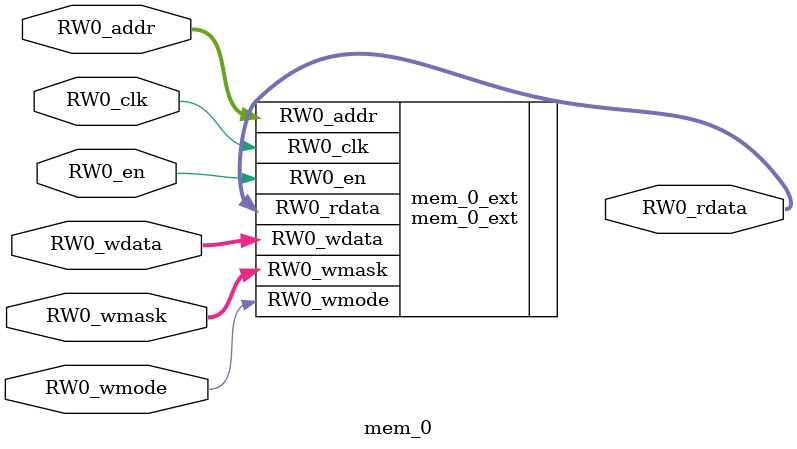
<source format=sv>
`ifndef RANDOMIZE
  `ifdef RANDOMIZE_REG_INIT
    `define RANDOMIZE
  `endif // RANDOMIZE_REG_INIT
`endif // not def RANDOMIZE
`ifndef RANDOMIZE
  `ifdef RANDOMIZE_MEM_INIT
    `define RANDOMIZE
  `endif // RANDOMIZE_MEM_INIT
`endif // not def RANDOMIZE

`ifndef RANDOM
  `define RANDOM $random
`endif // not def RANDOM

// Users can define 'PRINTF_COND' to add an extra gate to prints.
`ifndef PRINTF_COND_
  `ifdef PRINTF_COND
    `define PRINTF_COND_ (`PRINTF_COND)
  `else  // PRINTF_COND
    `define PRINTF_COND_ 1
  `endif // PRINTF_COND
`endif // not def PRINTF_COND_

// Users can define 'ASSERT_VERBOSE_COND' to add an extra gate to assert error printing.
`ifndef ASSERT_VERBOSE_COND_
  `ifdef ASSERT_VERBOSE_COND
    `define ASSERT_VERBOSE_COND_ (`ASSERT_VERBOSE_COND)
  `else  // ASSERT_VERBOSE_COND
    `define ASSERT_VERBOSE_COND_ 1
  `endif // ASSERT_VERBOSE_COND
`endif // not def ASSERT_VERBOSE_COND_

// Users can define 'STOP_COND' to add an extra gate to stop conditions.
`ifndef STOP_COND_
  `ifdef STOP_COND
    `define STOP_COND_ (`STOP_COND)
  `else  // STOP_COND
    `define STOP_COND_ 1
  `endif // STOP_COND
`endif // not def STOP_COND_

// Users can define INIT_RANDOM as general code that gets injected into the
// initializer block for modules with registers.
`ifndef INIT_RANDOM
  `define INIT_RANDOM
`endif // not def INIT_RANDOM

// If using random initialization, you can also define RANDOMIZE_DELAY to
// customize the delay used, otherwise 0.002 is used.
`ifndef RANDOMIZE_DELAY
  `define RANDOMIZE_DELAY 0.002
`endif // not def RANDOMIZE_DELAY

// Define INIT_RANDOM_PROLOG_ for use in our modules below.
`ifndef INIT_RANDOM_PROLOG_
  `ifdef RANDOMIZE
    `ifdef VERILATOR
      `define INIT_RANDOM_PROLOG_ `INIT_RANDOM
    `else  // VERILATOR
      `define INIT_RANDOM_PROLOG_ `INIT_RANDOM #`RANDOMIZE_DELAY begin end
    `endif // VERILATOR
  `else  // RANDOMIZE
    `define INIT_RANDOM_PROLOG_
  `endif // RANDOMIZE
`endif // not def INIT_RANDOM_PROLOG_

module mem_0(	// @[AccumulatorMem.scala:184:30]
  input  [6:0]   RW0_addr,
  input          RW0_en,
                 RW0_clk,
                 RW0_wmode,
  input  [511:0] RW0_wdata,
  input  [63:0]  RW0_wmask,
  output [511:0] RW0_rdata
);

  mem_0_ext mem_0_ext (	// @[AccumulatorMem.scala:184:30]
    .RW0_addr  (RW0_addr),
    .RW0_en    (RW0_en),
    .RW0_clk   (RW0_clk),
    .RW0_wmode (RW0_wmode),
    .RW0_wdata (RW0_wdata),
    .RW0_wmask (RW0_wmask),
    .RW0_rdata (RW0_rdata)
  );
endmodule


</source>
